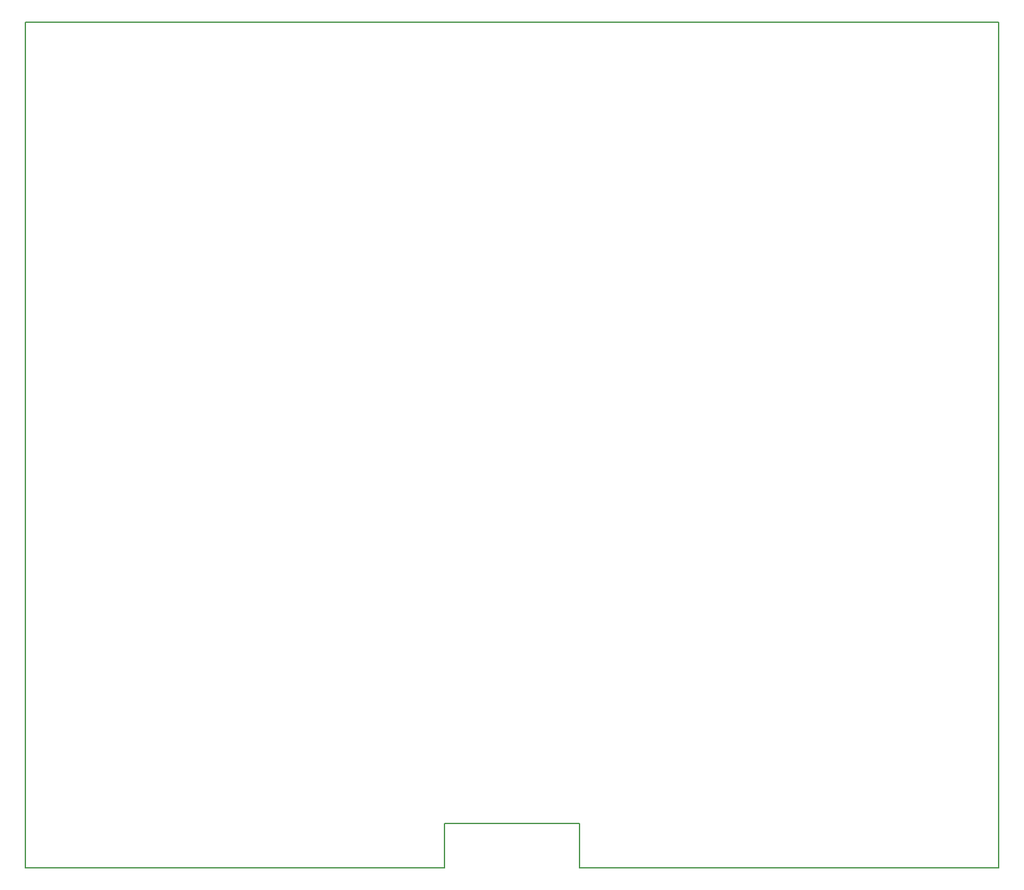
<source format=gbr>
G04 #@! TF.GenerationSoftware,KiCad,Pcbnew,(5.0.0)*
G04 #@! TF.CreationDate,2019-06-04T18:43:43-07:00*
G04 #@! TF.ProjectId,SSB Cap Board - Rev2,5353422043617020426F617264202D20,rev?*
G04 #@! TF.SameCoordinates,Original*
G04 #@! TF.FileFunction,Profile,NP*
%FSLAX46Y46*%
G04 Gerber Fmt 4.6, Leading zero omitted, Abs format (unit mm)*
G04 Created by KiCad (PCBNEW (5.0.0)) date 06/04/19 18:43:43*
%MOMM*%
%LPD*%
G01*
G04 APERTURE LIST*
%ADD10C,0.200000*%
G04 APERTURE END LIST*
D10*
X65000000Y107000000D02*
X65000000Y-6000000D01*
X-65000000Y107000000D02*
X-65000000Y-6000000D01*
X9000000Y-6000000D02*
X65000000Y-6000000D01*
X9000000Y0D02*
X9000000Y-6000000D01*
X-9000000Y0D02*
X-9000000Y-6000000D01*
X-9000000Y0D02*
X9000000Y0D01*
X-65000000Y107000000D02*
X65000000Y107000000D01*
X-65000000Y-6000000D02*
X-9000000Y-6000000D01*
M02*

</source>
